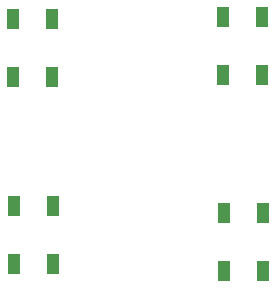
<source format=gtp>
G04 MADE WITH FRITZING*
G04 WWW.FRITZING.ORG*
G04 DOUBLE SIDED*
G04 HOLES PLATED*
G04 CONTOUR ON CENTER OF CONTOUR VECTOR*
%ASAXBY*%
%FSLAX23Y23*%
%MOIN*%
%OFA0B0*%
%SFA1.0B1.0*%
%ADD10R,0.040236X0.067069*%
%ADD11R,0.040222X0.067069*%
%ADD12R,0.040236X0.067083*%
%ADD13R,0.040222X0.067056*%
%LNPASTEMASK1*%
G90*
G70*
G54D10*
X77Y906D03*
G54D11*
X207Y907D03*
G54D12*
X77Y714D03*
G54D13*
X207Y714D03*
G54D10*
X81Y282D03*
G54D11*
X211Y282D03*
G54D12*
X81Y89D03*
G54D13*
X211Y89D03*
G54D10*
X777Y913D03*
G54D11*
X907Y913D03*
G54D12*
X777Y720D03*
G54D13*
X907Y720D03*
G54D10*
X782Y259D03*
G54D11*
X912Y259D03*
G54D12*
X782Y66D03*
G54D13*
X912Y66D03*
G04 End of PasteMask1*
M02*
</source>
